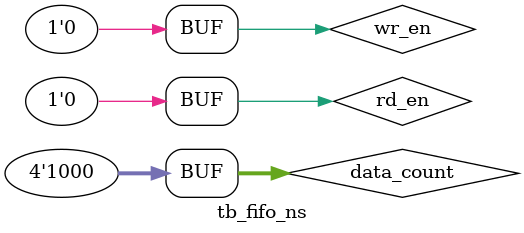
<source format=v>
`timescale 1ns/100ps

module tb_fifo_ns;

  reg wr_en, rd_en;//Write enable, Read enable
  reg[2:0] state;//Current state
  reg[3:0] data_count;//Current number of data
  wire[2:0] next_state;//Next state
  
  fifo_ns temp(wr_en, rd_en, state, data_count, next_state);
  
  initial begin
   //Init->write
	wr_en=1'b1;
	rd_en=1'b0;
	
	state=3'b000;
	data_count=4'b0000;
	#10;
	
	//Full
	data_count=4'b1000;
	state=next_state;
	#10;
	
	//Read
	rd_en=1'b1;
	wr_en=1'b0;
	state=next_state;
	#10;
	
	//No operation
	rd_en=1'b0;
	wr_en=1'b0;
	state=next_state;
	#10;
	
	end
	
endmodule

</source>
